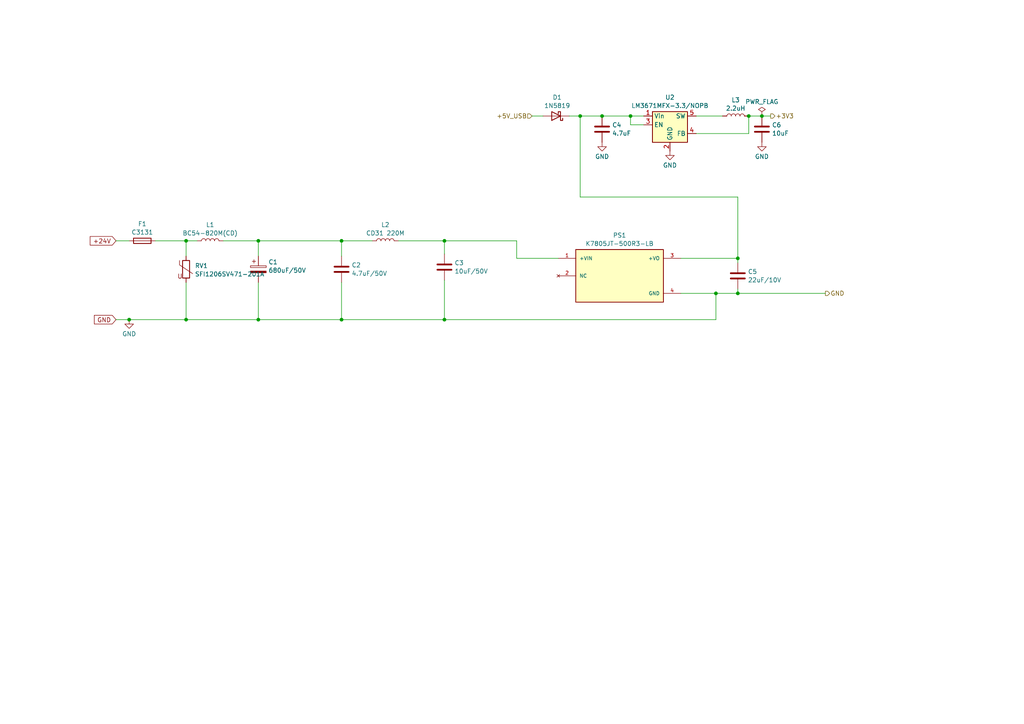
<source format=kicad_sch>
(kicad_sch (version 20230121) (generator eeschema)
  (paper "A4")
  (lib_symbols
    (symbol "Capacitor_AKL:C_0805" (pin_numbers hide) (pin_names (offset 0.254))
      (property "Reference" "C" (at 0.635 2.54 0))
      (property "Value" "C_0805" (at 0.635 -2.54 0))
      (symbol "C_0805_0_1"
        (polyline (pts (xy -2.032 -0.762) (xy 2.032 -0.762)) (stroke (width 0.508)))
        (polyline (pts (xy -2.032 0.762) (xy 2.032 0.762)) (stroke (width 0.508)))
      )
      (symbol "C_0805_1_1"
        (pin passive line (at 0 3.81 270) (length 2.794) (name "~") (number "1"))
        (pin passive line (at 0 -3.81 90) (length 2.794) (name "~") (number "2"))
      )
    )
    (symbol "Device:C" (pin_numbers hide) (pin_names (offset 0.254))
      (property "Reference" "C" (at 0.635 2.54 0))
      (property "Value" "C" (at 0.635 -2.54 0))
      (symbol "C_0_1"
        (polyline (pts (xy -2.032 -0.762) (xy 2.032 -0.762)) (stroke (width 0.508)))
        (polyline (pts (xy -2.032 0.762) (xy 2.032 0.762)) (stroke (width 0.508)))
      )
      (symbol "C_1_1"
        (pin passive line (at 0 3.81 270) (length 2.794) (name "~") (number "1"))
        (pin passive line (at 0 -3.81 90) (length 2.794) (name "~") (number "2"))
      )
    )
    (symbol "Device:C_Polarized" (pin_numbers hide) (pin_names (offset 0.254))
      (property "Reference" "C" (at 0.635 2.54 0))
      (property "Value" "C_Polarized" (at 0.635 -2.54 0))
      (symbol "C_Polarized_0_1"
        (rectangle (start -2.286 0.508) (end 2.286 1.016))
        (polyline (pts (xy -1.778 2.286) (xy -0.762 2.286)))
        (polyline (pts (xy -1.27 2.794) (xy -1.27 1.778)))
        (rectangle (start 2.286 -0.508) (end -2.286 -1.016) (fill (type outline)))
      )
      (symbol "C_Polarized_1_1"
        (pin passive line (at 0 3.81 270) (length 2.794) (name "~") (number "1"))
        (pin passive line (at 0 -3.81 90) (length 2.794) (name "~") (number "2"))
      )
    )
    (symbol "Device:Fuse" (pin_numbers hide) (pin_names (offset 0))
      (property "Reference" "F" (at 2.032 0 90))
      (property "Value" "Fuse" (at -1.905 0 90))
      (symbol "Fuse_0_1"
        (rectangle (start -0.762 -2.54) (end 0.762 2.54) (stroke (width 0.254)))
        (polyline (pts (xy 0 2.54) (xy 0 -2.54)))
      )
      (symbol "Fuse_1_1"
        (pin passive line (at 0 3.81 270) (length 1.27) (name "~") (number "1"))
        (pin passive line (at 0 -3.81 90) (length 1.27) (name "~") (number "2"))
      )
    )
    (symbol "Device:L" (pin_numbers hide) (pin_names (offset 1.016) hide)
      (property "Reference" "L" (at -1.27 0 90))
      (property "Value" "L" (at 1.905 0 90))
      (symbol "L_0_1"
        (arc (start 0 -2.54) (mid 0.6323 -1.905) (end 0 -1.27))
        (arc (start 0 -1.27) (mid 0.6323 -0.635) (end 0 0))
        (arc (start 0 0) (mid 0.6323 0.635) (end 0 1.27))
        (arc (start 0 1.27) (mid 0.6323 1.905) (end 0 2.54))
      )
      (symbol "L_1_1"
        (pin passive line (at 0 3.81 270) (length 1.27) (name "1") (number "1"))
        (pin passive line (at 0 -3.81 90) (length 1.27) (name "2") (number "2"))
      )
    )
    (symbol "Device:Varistor" (pin_numbers hide) (pin_names (offset 0))
      (property "Reference" "RV" (at 3.175 0 90))
      (property "Value" "Varistor" (at -3.175 0 90))
      (symbol "Varistor_0_0"
        (text "U" (at -1.778 -2.032 0) (effects (font (size 1.27 1.27))))
      )
      (symbol "Varistor_0_1"
        (rectangle (start -1.016 -2.54) (end 1.016 2.54) (stroke (width 0.254)))
        (polyline (pts (xy -1.905 2.54) (xy -1.905 1.27) (xy 1.905 -1.27)))
      )
      (symbol "Varistor_1_1"
        (pin passive line (at 0 3.81 270) (length 1.27) (name "~") (number "1"))
        (pin passive line (at 0 -3.81 90) (length 1.27) (name "~") (number "2"))
      )
    )
    (symbol "Diode:1N5819" (pin_numbers hide) (pin_names (offset 1.016) hide)
      (property "Reference" "D" (at 0 2.54 0))
      (property "Value" "1N5819" (at 0 -2.54 0))
      (symbol "1N5819_0_1"
        (polyline (pts (xy 1.27 0) (xy -1.27 0)))
        (polyline (pts (xy 1.27 1.27) (xy 1.27 -1.27) (xy -1.27 0) (xy 1.27 1.27)) (stroke (width 0.254)))
        (polyline (pts (xy -1.905 0.635) (xy -1.905 1.27) (xy -1.27 1.27) (xy -1.27 -1.27) (xy -0.635 -1.27) (xy -0.635 -0.635)) (stroke (width 0.254)))
      )
      (symbol "1N5819_1_1"
        (pin passive line (at -3.81 0 0) (length 2.54) (name "K") (number "1"))
        (pin passive line (at 3.81 0 180) (length 2.54) (name "A") (number "2"))
      )
    )
    (symbol "K7805JT-500R3:K7805JT-500R3-LB" (pin_names (offset 1.016))
      (property "Reference" "PS" (at -12.7 8.382 0))
      (property "Value" "K7805JT-500R3-LB" (at -12.7 -10.16 0))
      (symbol "K7805JT-500R3-LB_0_0"
        (rectangle (start -12.7 -7.62) (end 12.7 7.62) (stroke (width 0.254)) (fill (type background)))
        (pin input line (at -17.78 5.08 0) (length 5.08) (name "+VIN") (number "1"))
        (pin no_connect line (at -17.78 0 0) (length 5.08) (name "NC") (number "2"))
        (pin output line (at 17.78 5.08 180) (length 5.08) (name "+VO") (number "3"))
        (pin power_in line (at 17.78 -5.08 180) (length 5.08) (name "GND") (number "4"))
      )
    )
    (symbol "Regulator_Switching:LM3670MF"
      (property "Reference" "U" (at -5.08 5.08 0))
      (property "Value" "LM3670MF" (at 0 5.08 0))
      (symbol "LM3670MF_0_1"
        (rectangle (start -5.08 3.81) (end 5.08 -5.08) (stroke (width 0.254)) (fill (type background)))
      )
      (symbol "LM3670MF_1_1"
        (pin power_in line (at -7.62 2.54 0) (length 2.54) (name "Vin") (number "1"))
        (pin power_in line (at 0 -7.62 90) (length 2.54) (name "GND") (number "2"))
        (pin input line (at -7.62 0 0) (length 2.54) (name "EN") (number "3"))
        (pin input line (at 7.62 -2.54 180) (length 2.54) (name "FB") (number "4"))
        (pin input line (at 7.62 2.54 180) (length 2.54) (name "SW") (number "5"))
      )
    )
    (symbol "power:GND" (power) (pin_names (offset 0))
      (property "Value" "GND" (at 0 -3.81 0))
      (symbol "GND_0_1"
        (polyline (pts (xy 0 0) (xy 0 -1.27) (xy 1.27 -1.27) (xy 0 -2.54) (xy -1.27 -1.27) (xy 0 -1.27)))
      )
      (symbol "GND_1_1"
        (pin power_in line (at 0 0 270) (length 0) hide (name "GND") (number "1"))
      )
    )
    (symbol "power:PWR_FLAG" (power) (pin_numbers hide) (pin_names (offset 0) hide)
      (property "Value" "PWR_FLAG" (at 0 3.81 0))
      (symbol "PWR_FLAG_0_0"
        (pin power_out line (at 0 0 90) (length 0) (name "pwr") (number "1"))
      )
      (symbol "PWR_FLAG_0_1"
        (polyline (pts (xy 0 0) (xy 0 1.27) (xy -1.016 1.905) (xy 0 2.54) (xy 1.016 1.905) (xy 0 1.27)))
      )
    )
  )
  (junction (at 53.975 92.71))
  (junction (at 53.975 69.85))
  (junction (at 128.905 92.71))
  (junction (at 174.625 33.655))
  (junction (at 168.275 33.655))
  (junction (at 99.06 69.85))
  (junction (at 128.905 69.85))
  (junction (at 213.995 74.93))
  (junction (at 182.88 33.655))
  (junction (at 99.06 92.71))
  (junction (at 37.465 92.71))
  (junction (at 74.93 92.71))
  (junction (at 213.995 85.09))
  (junction (at 74.93 69.85))
  (junction (at 217.17 33.655))
  (junction (at 220.98 33.655))
  (junction (at 207.645 85.09))
  (wire (pts (xy 74.93 92.71) (xy 99.06 92.71)))
  (wire (pts (xy 53.975 69.85) (xy 53.975 74.295)))
  (wire (pts (xy 53.975 81.915) (xy 53.975 92.71)))
  (wire (pts (xy 74.93 69.85) (xy 99.06 69.85)))
  (wire (pts (xy 186.69 36.195) (xy 182.88 36.195)))
  (wire (pts (xy 115.57 69.85) (xy 128.905 69.85)))
  (wire (pts (xy 213.995 74.93) (xy 213.995 57.15)))
  (wire (pts (xy 37.465 92.71) (xy 53.975 92.71)))
  (wire (pts (xy 128.905 81.28) (xy 128.905 92.71)))
  (wire (pts (xy 99.06 69.85) (xy 107.95 69.85)))
  (wire (pts (xy 213.995 83.82) (xy 213.995 85.09)))
  (wire (pts (xy 182.88 36.195) (xy 182.88 33.655)))
  (wire (pts (xy 53.975 92.71) (xy 74.93 92.71)))
  (wire (pts (xy 45.085 69.85) (xy 53.975 69.85)))
  (wire (pts (xy 149.86 69.85) (xy 149.86 74.93)))
  (wire (pts (xy 53.975 69.85) (xy 57.15 69.85)))
  (wire (pts (xy 74.93 69.85) (xy 74.93 74.295)))
  (wire (pts (xy 168.275 57.15) (xy 168.275 33.655)))
  (wire (pts (xy 128.905 69.85) (xy 128.905 73.66)))
  (wire (pts (xy 128.905 69.85) (xy 149.86 69.85)))
  (wire (pts (xy 207.645 85.09) (xy 207.645 92.71)))
  (wire (pts (xy 165.1 33.655) (xy 168.275 33.655)))
  (wire (pts (xy 128.905 92.71) (xy 207.645 92.71)))
  (wire (pts (xy 213.995 85.09) (xy 207.645 85.09)))
  (wire (pts (xy 197.485 74.93) (xy 213.995 74.93)))
  (wire (pts (xy 154.305 33.655) (xy 157.48 33.655)))
  (wire (pts (xy 74.93 81.915) (xy 74.93 92.71)))
  (wire (pts (xy 217.17 38.735) (xy 217.17 33.655)))
  (wire (pts (xy 220.98 33.655) (xy 223.52 33.655)))
  (wire (pts (xy 99.06 81.915) (xy 99.06 92.71)))
  (wire (pts (xy 64.77 69.85) (xy 74.93 69.85)))
  (wire (pts (xy 33.655 92.71) (xy 37.465 92.71)))
  (wire (pts (xy 174.625 33.655) (xy 182.88 33.655)))
  (wire (pts (xy 182.88 33.655) (xy 186.69 33.655)))
  (wire (pts (xy 99.06 92.71) (xy 128.905 92.71)))
  (wire (pts (xy 213.995 57.15) (xy 168.275 57.15)))
  (wire (pts (xy 213.995 74.93) (xy 213.995 76.2)))
  (wire (pts (xy 168.275 33.655) (xy 174.625 33.655)))
  (wire (pts (xy 197.485 85.09) (xy 207.645 85.09)))
  (wire (pts (xy 149.86 74.93) (xy 161.925 74.93)))
  (wire (pts (xy 99.06 69.85) (xy 99.06 74.295)))
  (wire (pts (xy 217.17 33.655) (xy 220.98 33.655)))
  (wire (pts (xy 33.655 69.85) (xy 37.465 69.85)))
  (wire (pts (xy 201.93 38.735) (xy 217.17 38.735)))
  (wire (pts (xy 213.995 85.09) (xy 239.395 85.09)))
  (wire (pts (xy 201.93 33.655) (xy 209.55 33.655)))
  (global_label "+24V" (shape input) (at 33.655 69.85 180) (property "Intersheetrefs" "${INTERSHEET_REFS}" (effects hide)))
  (global_label "GND" (shape input) (at 33.655 92.71 180) (property "Intersheetrefs" "${INTERSHEET_REFS}" (effects hide)))
  (hierarchical_label "+3V3" (shape output) (at 223.52 33.655 0))
  (hierarchical_label "GND" (shape output) (at 239.395 85.09 0))
  (hierarchical_label "+5V_USB" (shape input) (at 154.305 33.655 180))
  (symbol (lib_id "Device:Fuse") (at 41.275 69.85 90) (unit 1)
    (property "Reference" "F1" (at 41.275 64.9437 90))
    (property "Value" "C3131" (at 41.275 67.3679 90))
    (property "Footprint" "Fuse:Fuseholder_Cylinder-5x20mm_Schurter_0031_8201_Horizontal_Open" (effects hide))
  )
  (symbol (lib_id "Device:C_Polarized") (at 74.93 78.105 0) (unit 1)
    (property "Reference" "C1" (at 77.851 76.0039 0) (effects (justify left)))
    (property "Value" "680uF/50V" (at 77.851 78.4281 0) (effects (justify left)))
    (property "Footprint" "Capacitor_THT:CP_Radial_D12.5mm_P5.00mm" (effects hide))
  )
  (symbol (lib_id "Capacitor_AKL:C_0805") (at 174.625 37.465 0) (unit 1)
    (property "Reference" "C4" (at 177.546 36.2529 0) (effects (justify left)))
    (property "Value" "4.7uF" (at 177.546 38.6771 0) (effects (justify left)))
    (property "Footprint" "Capacitor_SMD_AKL:C_0805_2012Metric" (effects hide))
  )
  (symbol (lib_id "Device:C") (at 128.905 77.47 0) (unit 1)
    (property "Reference" "C3" (at 131.826 76.2579 0) (effects (justify left)))
    (property "Value" "10uF/50V" (at 131.826 78.6821 0) (effects (justify left)))
    (property "Footprint" "Capacitor_THT:CP_Radial_D12.5mm_P5.00mm" (effects hide))
  )
  (symbol (lib_id "power:GND") (at 194.31 43.815 0) (unit 1)
    (property "Reference" "#PWR08" (effects hide))
    (property "Value" "GND" (at 194.31 47.9481 0))
  )
  (symbol (lib_id "power:GND") (at 220.98 41.275 0) (unit 1)
    (property "Reference" "#PWR09" (effects hide))
    (property "Value" "GND" (at 220.98 45.4081 0))
  )
  (symbol (lib_id "power:PWR_FLAG") (at 220.98 33.655 0) (unit 1)
    (property "Reference" "#FLG03" (effects hide))
    (property "Value" "PWR_FLAG" (at 220.98 29.5219 0))
  )
  (symbol (lib_id "Device:C") (at 213.995 80.01 0) (unit 1)
    (property "Reference" "C5" (at 216.916 78.7979 0) (effects (justify left)))
    (property "Value" "22uF/10V" (at 216.916 81.2221 0) (effects (justify left)))
    (property "Footprint" "Capacitor_THT:CP_Radial_D12.5mm_P5.00mm" (effects hide))
  )
  (symbol (lib_id "Device:L") (at 213.36 33.655 90) (unit 1)
    (property "Reference" "L3" (at 213.36 29.0054 90))
    (property "Value" "2.2uH" (at 213.36 31.4296 90))
    (property "Footprint" "Inductor_SMD:L_0805_2012Metric" (effects hide))
  )
  (symbol (lib_id "Device:Varistor") (at 53.975 78.105 0) (unit 1)
    (property "Reference" "RV1" (at 56.515 77.0862 0) (effects (justify left)))
    (property "Value" "SFI1206SV471-201A" (at 56.515 79.5104 0) (effects (justify left)))
    (property "Footprint" "Resistor_SMD:R_1206_3216Metric" (effects hide))
    (property "Sim.Name" "kicad_builtin_varistor" (effects hide))
    (property "Sim.Device" "SUBCKT" (effects hide))
    (property "Sim.Pins" "1=A 2=B" (effects hide))
    (property "Sim.Params" "threshold=1k" (effects hide))
    (property "Sim.Library" "${KICAD7_SYMBOL_DIR}/Simulation_SPICE.sp" (effects hide))
  )
  (symbol (lib_id "Device:L") (at 111.76 69.85 90) (unit 1)
    (property "Reference" "L2" (at 111.76 65.2004 90))
    (property "Value" "CD31 220M" (at 111.76 67.6246 90))
    (property "Footprint" "My Footprints:CD31" (effects hide))
  )
  (symbol (lib_id "power:GND") (at 174.625 41.275 0) (unit 1)
    (property "Reference" "#PWR07" (effects hide))
    (property "Value" "GND" (at 174.625 45.4081 0))
  )
  (symbol (lib_id "Capacitor_AKL:C_0805") (at 220.98 37.465 0) (unit 1)
    (property "Reference" "C6" (at 223.901 36.2529 0) (effects (justify left)))
    (property "Value" "10uF" (at 223.901 38.6771 0) (effects (justify left)))
    (property "Footprint" "Capacitor_SMD_AKL:C_0805_2012Metric" (effects hide))
  )
  (symbol (lib_id "Device:C") (at 99.06 78.105 0) (unit 1)
    (property "Reference" "C2" (at 101.981 76.8929 0) (effects (justify left)))
    (property "Value" "4.7uF/50V" (at 101.981 79.3171 0) (effects (justify left)))
    (property "Footprint" "Capacitor_THT:CP_Radial_D12.5mm_P5.00mm" (effects hide))
  )
  (symbol (lib_id "Diode:1N5819") (at 161.29 33.655 180) (unit 1)
    (property "Reference" "D1" (at 161.6075 28.2407 0))
    (property "Value" "1N5819" (at 161.6075 30.6649 0))
    (property "Footprint" "Diode_SMD_AKL:D_SOD-123" (effects hide))
    (property "Datasheet" "http://www.vishay.com/docs/88525/1n5817.pdf" (effects hide))
    (property "JLCPCB Part #" "C3033976" (effects hide))
  )
  (symbol (lib_id "Device:L") (at 60.96 69.85 90) (unit 1)
    (property "Reference" "L1" (at 60.96 65.2004 90))
    (property "Value" "BC54-820M(CD)" (at 60.96 67.6246 90))
    (property "Footprint" "My Footprints:BC54-820M" (effects hide))
  )
  (symbol (lib_id "power:GND") (at 37.465 92.71 0) (unit 1)
    (property "Reference" "#PWR06" (effects hide))
    (property "Value" "GND" (at 37.465 96.8431 0))
  )
  (symbol (lib_id "K7805JT-500R3:K7805JT-500R3-LB") (at 179.705 80.01 0) (unit 1)
    (property "Reference" "PS1" (at 179.705 68.2457 0))
    (property "Value" "K7805JT-500R3-LB" (at 179.705 70.6699 0))
    (property "Footprint" "K7805JT-500R3:CONV_K7805JT-500R3-LB" (effects hide))
    (property "MF" "Mornsun America, LLC" (effects hide))
    (property "MAXIMUM_PACKAGE_HEIGHT" "4.50 mm" (effects hide))
    (property "Package" "CUSTOM-4 MORNSUN" (effects hide))
    (property "Price" "None" (effects hide))
    (property "Check_prices" "https://www.snapeda.com/parts/K7805JT-500R3-LB/MORNSUN/view-part/?ref=eda" (effects hide))
    (property "STANDARD" "Manufacturer Recommendations" (effects hide))
    (property "PARTREV" "2022.07.25-A/4" (effects hide))
    (property "SnapEDA_Link" "https://www.snapeda.com/parts/K7805JT-500R3-LB/MORNSUN/view-part/?ref=snap" (effects hide))
    (property "MP" "K7805JT-500R3-LB" (effects hide))
    (property "Description" "\nNon-Isolated PoL Module DC DC Converter 1 Output 5V - - - 500mA 6.5V - 36V Input\n" (effects hide))
    (property "MANUFACTURER" "MORNSUN" (effects hide))
    (property "Availability" "In Stock" (effects hide))
    (property "SNAPEDA_PN" "K7803JT-500R3-LB‎" (effects hide))
  )
  (symbol (lib_id "Regulator_Switching:LM3670MF") (at 194.31 36.195 0) (unit 1)
    (property "Reference" "U2" (at 194.31 28.2407 0))
    (property "Value" "LM3671MFX-3.3/NOPB\n" (at 194.31 30.6649 0))
    (property "Footprint" "Package_TO_SOT_SMD:TSOT-23-5" (effects hide))
    (property "Datasheet" "http://www.ti.com/lit/ds/symlink/lm3670.pdf" (effects hide))
  )
)
</source>
